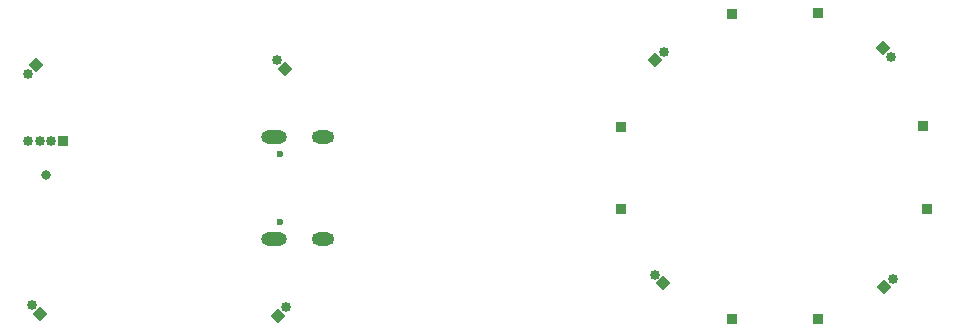
<source format=gbr>
%TF.GenerationSoftware,KiCad,Pcbnew,8.0.0*%
%TF.CreationDate,2024-05-16T16:07:08+03:00*%
%TF.ProjectId,pressure_sensor,70726573-7375-4726-955f-73656e736f72,rev?*%
%TF.SameCoordinates,Original*%
%TF.FileFunction,Soldermask,Bot*%
%TF.FilePolarity,Negative*%
%FSLAX46Y46*%
G04 Gerber Fmt 4.6, Leading zero omitted, Abs format (unit mm)*
G04 Created by KiCad (PCBNEW 8.0.0) date 2024-05-16 16:07:08*
%MOMM*%
%LPD*%
G01*
G04 APERTURE LIST*
G04 Aperture macros list*
%AMHorizOval*
0 Thick line with rounded ends*
0 $1 width*
0 $2 $3 position (X,Y) of the first rounded end (center of the circle)*
0 $4 $5 position (X,Y) of the second rounded end (center of the circle)*
0 Add line between two ends*
20,1,$1,$2,$3,$4,$5,0*
0 Add two circle primitives to create the rounded ends*
1,1,$1,$2,$3*
1,1,$1,$4,$5*%
%AMRotRect*
0 Rectangle, with rotation*
0 The origin of the aperture is its center*
0 $1 length*
0 $2 width*
0 $3 Rotation angle, in degrees counterclockwise*
0 Add horizontal line*
21,1,$1,$2,0,0,$3*%
G04 Aperture macros list end*
%ADD10R,0.850000X0.850000*%
%ADD11RotRect,0.850000X0.850000X45.000000*%
%ADD12HorizOval,0.850000X0.000000X0.000000X0.000000X0.000000X0*%
%ADD13RotRect,0.850000X0.850000X225.000000*%
%ADD14HorizOval,0.850000X0.000000X0.000000X0.000000X0.000000X0*%
%ADD15RotRect,0.850000X0.850000X135.000000*%
%ADD16HorizOval,0.850000X0.000000X0.000000X0.000000X0.000000X0*%
%ADD17O,0.850000X0.850000*%
%ADD18C,0.800000*%
%ADD19RotRect,0.850000X0.850000X315.000000*%
%ADD20HorizOval,0.850000X0.000000X0.000000X0.000000X0.000000X0*%
%ADD21C,0.600000*%
%ADD22O,2.204000X1.104000*%
%ADD23O,1.904000X1.104000*%
G04 APERTURE END LIST*
D10*
%TO.C,J12*%
X234892136Y-81892136D03*
%TD*%
D11*
%TO.C,J10*%
X231210029Y-68260029D03*
D12*
X231917136Y-68967136D03*
%TD*%
D13*
%TO.C,J2*%
X159825000Y-90725000D03*
D14*
X159117893Y-90017893D03*
%TD*%
D13*
%TO.C,J4*%
X180600000Y-70000000D03*
D14*
X179892893Y-69292893D03*
%TD*%
D10*
%TO.C,J14*%
X208992136Y-81892136D03*
%TD*%
D15*
%TO.C,J7*%
X231317136Y-88467136D03*
D16*
X232024243Y-87760029D03*
%TD*%
D10*
%TO.C,J3*%
X161800001Y-76075000D03*
D17*
X160800001Y-76075000D03*
X159800001Y-76075000D03*
X158800001Y-76075000D03*
%TD*%
D10*
%TO.C,J1*%
X234567136Y-74867136D03*
%TD*%
%TO.C,J16*%
X218417136Y-91192136D03*
%TD*%
%TO.C,J18*%
X218417136Y-65392136D03*
%TD*%
%TO.C,J13*%
X208992136Y-74942136D03*
%TD*%
D15*
%TO.C,J8*%
X211917136Y-69267136D03*
D16*
X212624243Y-68560029D03*
%TD*%
D10*
%TO.C,J17*%
X225692136Y-65292136D03*
%TD*%
D18*
%TO.C,SW2*%
X160325000Y-79000000D03*
%TD*%
D10*
%TO.C,J15*%
X225717136Y-91192136D03*
%TD*%
D13*
%TO.C,J9*%
X212617136Y-88167136D03*
D14*
X211910029Y-87460029D03*
%TD*%
D19*
%TO.C,J6*%
X159503554Y-69696445D03*
D20*
X158796447Y-70403552D03*
%TD*%
D15*
%TO.C,J5*%
X179942893Y-90907107D03*
D16*
X180650000Y-90200000D03*
%TD*%
D21*
%TO.C,J11*%
X180120001Y-82965000D03*
X180120001Y-77185000D03*
D22*
X179630001Y-84400000D03*
X179630002Y-75749999D03*
D23*
X183800001Y-84400000D03*
X183800001Y-75750000D03*
%TD*%
M02*

</source>
